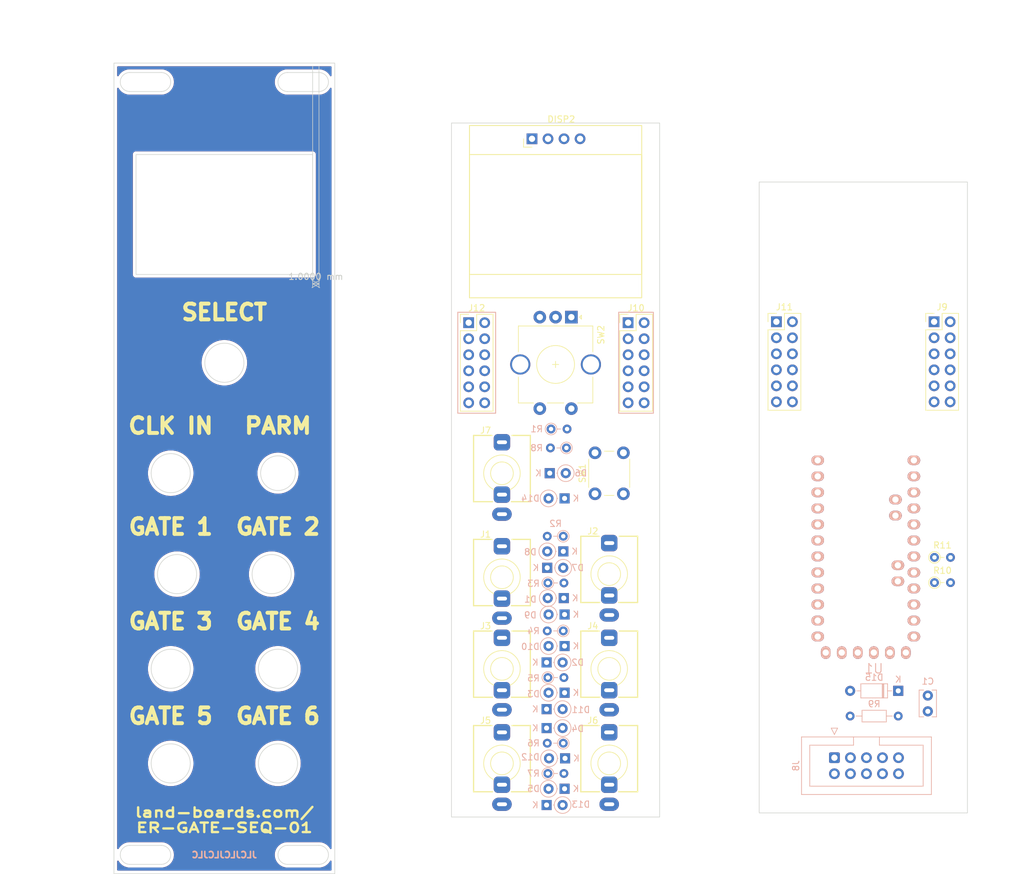
<source format=kicad_pcb>
(kicad_pcb (version 20211014) (generator pcbnew)
  (title_block (date "2023-01-02") (rev "1"))
  (layers (0 "F.Cu" signal) (31 "B.Cu" signal) (34 "B.Paste" user) (35 "F.Paste" user) (36 "B.SilkS" user "B.Silkscreen") (37 "F.SilkS" user "F.Silkscreen") (38 "B.Mask" user) (39 "F.Mask" user) (44 "Edge.Cuts" user))
  (net 0 "")
  (net 1 "+5V")
  (net 2 "/GATE2")
  (net 3 "/GATE3")
  (net 4 "/GATE4")
  (net 5 "/GATE5")
  (net 6 "/GATE6")
  (net 7 "/GATE_IN")
  (net 8 "/GATE1")
  (net 9 "GND")
  (net 17 "/PB")
  (net 35 "+12V")
  (net 36 "Net-(D15-Pad2)")
  (net 37 "/G1")
  (net 38 "/G2")
  (net 39 "/G3")
  (net 40 "/G4")
  (net 41 "/G5")
  (net 42 "/G6")
  (net 43 "/IN")
  (net 44 "Net-(J8-Pad9)")
  (net 47 "/SCL")
  (net 48 "/SDA")
  (net 49 "/ROTA")
  (net 50 "/ROTB")
  (net 57 "/PB2")
  (footprint "LandBoards_BoardOutlines:OLED-128X64" (layer "F.Cu") (at 84.2 47)
    (fp_text reference "DISP2" (at 4.7 -11.1) (layer "F.SilkS"))
    (fp_text value "I2C_OLED_128X64")
    (fp_line (start -1.27 -6.67) (end -1.27 -8) (layer "F.SilkS") (width 0.12))
    (fp_line (start 0.06 -6.67) (end -1.27 -6.67) (layer "F.SilkS") (width 0.12))
    (fp_rect (start -9.85 -10.1) (end 17.45 17.2) (layer "F.SilkS") (width 0.15) (fill none))
    (fp_rect (start -9.85 -5.5) (end 17.45 13.5) (layer "F.SilkS") (width 0.15) (fill none))
    (pad "1" thru_hole rect (at 0.06 -8 90) (size 1.7 1.7) (drill 1) (layers *.Cu *.Mask))
    (pad "2" thru_hole oval (at 2.6 -8 90) (size 1.7 1.7) (drill 1) (layers *.Cu *.Mask))
    (pad "3" thru_hole oval (at 5.14 -8 90) (size 1.7 1.7) (drill 1) (layers *.Cu *.Mask) (net 47 "/SCL"))
    (pad "4" thru_hole oval (at 7.68 -8 90) (size 1.7 1.7) (drill 1) (layers *.Cu *.Mask) (net 48 "/SDA"))
  )
  (footprint "AudioJacks:Jack_3.5mm_QingPu_WQP-PJ366ST_Vertical" (layer "F.Cu") (at 96.5 138)
    (fp_text reference "J6" (at -2.6 -6.8) (layer "F.SilkS"))
    (fp_text value "PJ398SM")
    (fp_line (start 1.6 -6) (end 4.5 -6) (layer "F.SilkS") (width 0.2))
    (fp_line (start -4.5 4.5) (end -1.5 4.5) (layer "F.SilkS") (width 0.2))
    (fp_line (start -4.5 -6) (end -1.6 -6) (layer "F.SilkS") (width 0.2))
    (fp_line (start -4.5 4.5) (end -4.5 -6) (layer "F.SilkS") (width 0.2))
    (fp_line (start 1.5 4.5) (end 4.5 4.5) (layer "F.SilkS") (width 0.2))
    (fp_line (start 4.5 4.5) (end 4.5 -6) (layer "F.SilkS") (width 0.2))
    (fp_arc (start -1.296263 2.588577) (mid -2.817353 -0.665994) (end 0 -2.895) (layer "F.SilkS") (width 0.12))
    (fp_arc (start 0 -2.895) (mid 2.817353 -0.665994) (end 1.296263 2.588577) (layer "F.SilkS") (width 0.12))
    (fp_circle (center 0 0) (end -1.8 0) (layer "F.SilkS") (width 0.12) (fill none))
    (pad "R" thru_hole roundrect locked (at 0 3.38) (size 2.6 2.6) (drill oval 1.6 0.6) (layers *.Cu *.Mask))
    (pad "S" thru_hole oval locked (at 0 6.48) (size 3.1 2.1) (drill oval 1.6 0.6) (layers *.Cu *.Mask) (net 9 "GND"))
    (pad "T" thru_hole roundrect locked (at 0 -4.92) (size 2.6 2.6) (drill oval 1.6 0.6) (layers *.Cu *.Mask) (net 42 "/G6"))
  )
  (footprint "Button_Switch_THT:SW_PUSH_6mm_H13mm" (layer "F.Cu") (at 94.25 95.27 90)
    (fp_text reference "SW1" (at 3.25 -2 90) (layer "F.SilkS"))
    (fp_text value "SW_Push")
    (fp_line (start 5.5 -1) (end 1 -1) (layer "F.SilkS") (width 0.12))
    (fp_line (start -0.25 1.5) (end -0.25 3) (layer "F.SilkS") (width 0.12))
    (fp_line (start 6.75 3) (end 6.75 1.5) (layer "F.SilkS") (width 0.12))
    (fp_line (start 1 5.5) (end 5.5 5.5) (layer "F.SilkS") (width 0.12))
    (pad "1" thru_hole circle (at 6.5 0 180) (size 2 2) (drill 1.1) (layers *.Cu *.Mask) (net 9 "GND"))
    (pad "1" thru_hole circle (at 0 0 180) (size 2 2) (drill 1.1) (layers *.Cu *.Mask) (net 9 "GND"))
    (pad "2" thru_hole circle (at 6.5 4.5 180) (size 2 2) (drill 1.1) (layers *.Cu *.Mask) (net 17 "/PB"))
    (pad "2" thru_hole circle (at 0 4.5 180) (size 2 2) (drill 1.1) (layers *.Cu *.Mask) (net 17 "/PB"))
  )
  (footprint "AudioJacks:Jack_3.5mm_QingPu_WQP-PJ366ST_Vertical" (layer "F.Cu") (at 79.5 108.5)
    (fp_text reference "J1" (at -2.6 -6.8) (layer "F.SilkS"))
    (fp_text value "PJ398SM")
    (fp_line (start -4.5 4.5) (end -1.5 4.5) (layer "F.SilkS") (width 0.2))
    (fp_line (start -4.5 -6) (end -1.6 -6) (layer "F.SilkS") (width 0.2))
    (fp_line (start -4.5 4.5) (end -4.5 -6) (layer "F.SilkS") (width 0.2))
    (fp_line (start 1.5 4.5) (end 4.5 4.5) (layer "F.SilkS") (width 0.2))
    (fp_line (start 1.6 -6) (end 4.5 -6) (layer "F.SilkS") (width 0.2))
    (fp_line (start 4.5 4.5) (end 4.5 -6) (layer "F.SilkS") (width 0.2))
    (fp_arc (start -1.296263 2.588577) (mid -2.817353 -0.665994) (end 0 -2.895) (layer "F.SilkS") (width 0.12))
    (fp_arc (start 0 -2.895) (mid 2.817353 -0.665994) (end 1.296263 2.588577) (layer "F.SilkS") (width 0.12))
    (fp_circle (center 0 0) (end -1.8 0) (layer "F.SilkS") (width 0.12) (fill none))
    (pad "R" thru_hole roundrect locked (at 0 3.38) (size 2.6 2.6) (drill oval 1.6 0.6) (layers *.Cu *.Mask))
    (pad "S" thru_hole oval locked (at 0 6.48) (size 3.1 2.1) (drill oval 1.6 0.6) (layers *.Cu *.Mask) (net 9 "GND"))
    (pad "T" thru_hole roundrect locked (at 0 -4.92) (size 2.6 2.6) (drill oval 1.6 0.6) (layers *.Cu *.Mask) (net 37 "/G1"))
  )
  (footprint "Connector_PinHeader_2.54mm:PinHeader_2x06_P2.54mm_Vertical" (layer "F.Cu") (at 99.5 68.15)
    (fp_text reference "J10" (at 1.27 -2.33) (layer "F.SilkS"))
    (fp_text value "HDR, 2x6")
    (fp_line (start -1.33 14.03) (end 3.87 14.03) (layer "F.SilkS") (width 0.12))
    (fp_line (start -1.33 1.27) (end 1.27 1.27) (layer "F.SilkS") (width 0.12))
    (fp_line (start -1.33 0) (end -1.33 -1.33) (layer "F.SilkS") (width 0.12))
    (fp_line (start -1.33 -1.33) (end 0 -1.33) (layer "F.SilkS") (width 0.12))
    (fp_line (start 1.27 -1.33) (end 3.87 -1.33) (layer "F.SilkS") (width 0.12))
    (fp_line (start 1.27 1.27) (end 1.27 -1.33) (layer "F.SilkS") (width 0.12))
    (fp_line (start 3.87 -1.33) (end 3.87 14.03) (layer "F.SilkS") (width 0.12))
    (fp_line (start -1.33 1.27) (end -1.33 14.03) (layer "F.SilkS") (width 0.12))
    (pad "1" thru_hole rect (at 0 0) (size 1.7 1.7) (drill 1) (layers *.Cu *.Mask) (net 1 "+5V"))
    (pad "2" thru_hole oval (at 2.54 0) (size 1.7 1.7) (drill 1) (layers *.Cu *.Mask) (net 1 "+5V"))
    (pad "3" thru_hole oval (at 0 2.54) (size 1.7 1.7) (drill 1) (layers *.Cu *.Mask) (net 2 "/GATE2"))
    (pad "4" thru_hole oval (at 2.54 2.54) (size 1.7 1.7) (drill 1) (layers *.Cu *.Mask))
    (pad "5" thru_hole oval (at 0 5.08) (size 1.7 1.7) (drill 1) (layers *.Cu *.Mask) (net 4 "/GATE4"))
    (pad "6" thru_hole oval (at 2.54 5.08) (size 1.7 1.7) (drill 1) (layers *.Cu *.Mask))
    (pad "7" thru_hole oval (at 0 7.62) (size 1.7 1.7) (drill 1) (layers *.Cu *.Mask) (net 6 "/GATE6"))
    (pad "8" thru_hole oval (at 2.54 7.62) (size 1.7 1.7) (drill 1) (layers *.Cu *.Mask))
    (pad "9" thru_hole oval (at 0 10.16) (size 1.7 1.7) (drill 1) (layers *.Cu *.Mask) (net 17 "/PB"))
    (pad "10" thru_hole oval (at 2.54 10.16) (size 1.7 1.7) (drill 1) (layers *.Cu *.Mask) (net 57 "/PB2"))
    (pad "11" thru_hole oval (at 0 12.7) (size 1.7 1.7) (drill 1) (layers *.Cu *.Mask) (net 9 "GND"))
    (pad "12" thru_hole oval (at 2.54 12.7) (size 1.7 1.7) (drill 1) (layers *.Cu *.Mask) (net 9 "GND"))
  )
  (footprint "Rotary_Encoder:RotaryEncoder_Alps_EC11E-Switch_Vertical_H20mm_CircularMountingHoles" (layer "F.Cu") (at 90.5 67.27 -90)
    (fp_text reference "SW2" (at 2.8 -4.7 90) (layer "F.SilkS"))
    (fp_text value "RotaryEncoder_Switch")
    (fp_line (start -0.3 -1.6) (end 0.3 -1.6) (layer "F.SilkS") (width 0.12))
    (fp_line (start 0 -1.3) (end -0.3 -1.6) (layer "F.SilkS") (width 0.12))
    (fp_line (start 7 2.5) (end 8 2.5) (layer "F.SilkS") (width 0.12))
    (fp_line (start 13.6 -3.4) (end 13.6 -1) (layer "F.SilkS") (width 0.12))
    (fp_line (start 13.6 6) (end 13.6 8.4) (layer "F.SilkS") (width 0.12))
    (fp_line (start 5.5 8.4) (end 1.4 8.4) (layer "F.SilkS") (width 0.12))
    (fp_line (start 0.3 -1.6) (end 0 -1.3) (layer "F.SilkS") (width 0.12))
    (fp_line (start 1.4 -3.4) (end 1.4 8.4) (layer "F.SilkS") (width 0.12))
    (fp_line (start 13.6 8.4) (end 9.5 8.4) (layer "F.SilkS") (width 0.12))
    (fp_line (start 5.5 -3.4) (end 1.4 -3.4) (layer "F.SilkS") (width 0.12))
    (fp_line (start 13.6 1.2) (end 13.6 3.8) (layer "F.SilkS") (width 0.12))
    (fp_line (start 7.5 2) (end 7.5 3) (layer "F.SilkS") (width 0.12))
    (fp_line (start 9.5 -3.4) (end 13.6 -3.4) (layer "F.SilkS") (width 0.12))
    (fp_circle (center 7.5 2.5) (end 10.5 2.5) (layer "F.SilkS") (width 0.12) (fill none))
    (pad "A" thru_hole rect (at 0 0 270) (size 2 2) (drill 1) (layers *.Cu *.Mask) (net 49 "/ROTA"))
    (pad "B" thru_hole circle (at 0 5 270) (size 2 2) (drill 1) (layers *.Cu *.Mask) (net 50 "/ROTB"))
    (pad "C" thru_hole circle (at 0 2.5 270) (size 2 2) (drill 1) (layers *.Cu *.Mask) (net 9 "GND"))
    (pad "MP" thru_hole circle (at 7.5 8.1 270) (size 3.2 3.2) (drill 2.6) (layers *.Cu *.Mask))
    (pad "MP" thru_hole circle (at 7.5 -3.1 270) (size 3.2 3.2) (drill 2.6) (layers *.Cu *.Mask))
    (pad "S1" thru_hole circle (at 14.5 5 270) (size 2 2) (drill 1) (layers *.Cu *.Mask) (net 57 "/PB2"))
    (pad "S2" thru_hole circle (at 14.5 0 270) (size 2 2) (drill 1) (layers *.Cu *.Mask) (net 9 "GND"))
  )
  (footprint "AudioJacks:Jack_3.5mm_QingPu_WQP-PJ366ST_Vertical" (layer "F.Cu") (at 96.5 123.02)
    (fp_text reference "J4" (at -2.6 -6.8) (layer "F.SilkS"))
    (fp_text value "PJ398SM")
    (fp_line (start 4.5 4.5) (end 4.5 -6) (layer "F.SilkS") (width 0.2))
    (fp_line (start -4.5 4.5) (end -4.5 -6) (layer "F.SilkS") (width 0.2))
    (fp_line (start 1.6 -6) (end 4.5 -6) (layer "F.SilkS") (width 0.2))
    (fp_line (start 1.5 4.5) (end 4.5 4.5) (layer "F.SilkS") (width 0.2))
    (fp_line (start -4.5 4.5) (end -1.5 4.5) (layer "F.SilkS") (width 0.2))
    (fp_line (start -4.5 -6) (end -1.6 -6) (layer "F.SilkS") (width 0.2))
    (fp_arc (start 0 -2.895) (mid 2.817353 -0.665994) (end 1.296263 2.588577) (layer "F.SilkS") (width 0.12))
    (fp_arc (start -1.296263 2.588577) (mid -2.817353 -0.665994) (end 0 -2.895) (layer "F.SilkS") (width 0.12))
    (fp_circle (center 0 0) (end -1.8 0) (layer "F.SilkS") (width 0.12) (fill none))
    (pad "R" thru_hole roundrect locked (at 0 3.38) (size 2.6 2.6) (drill oval 1.6 0.6) (layers *.Cu *.Mask))
    (pad "S" thru_hole oval locked (at 0 6.48) (size 3.1 2.1) (drill oval 1.6 0.6) (layers *.Cu *.Mask) (net 9 "GND"))
    (pad "T" thru_hole roundrect locked (at 0 -4.92) (size 2.6 2.6) (drill oval 1.6 0.6) (layers *.Cu *.Mask) (net 40 "/G4"))
  )
  (footprint "AudioJacks:Jack_3.5mm_QingPu_WQP-PJ366ST_Vertical" (layer "F.Cu") (at 79.5 138)
    (fp_text reference "J5" (at -2.6 -6.8) (layer "F.SilkS"))
    (fp_text value "PJ398SM")
    (fp_line (start 1.5 4.5) (end 4.5 4.5) (layer "F.SilkS") (width 0.2))
    (fp_line (start -4.5 4.5) (end -1.5 4.5) (layer "F.SilkS") (width 0.2))
    (fp_line (start -4.5 -6) (end -1.6 -6) (layer "F.SilkS") (width 0.2))
    (fp_line (start 4.5 4.5) (end 4.5 -6) (layer "F.SilkS") (width 0.2))
    (fp_line (start 1.6 -6) (end 4.5 -6) (layer "F.SilkS") (width 0.2))
    (fp_line (start -4.5 4.5) (end -4.5 -6) (layer "F.SilkS") (width 0.2))
    (fp_arc (start -1.296263 2.588577) (mid -2.817353 -0.665994) (end 0 -2.895) (layer "F.SilkS") (width 0.12))
    (fp_arc (start 0 -2.895) (mid 2.817353 -0.665994) (end 1.296263 2.588577) (layer "F.SilkS") (width 0.12))
    (fp_circle (center 0 0) (end -1.8 0) (layer "F.SilkS") (width 0.12) (fill none))
    (pad "R" thru_hole roundrect locked (at 0 3.38) (size 2.6 2.6) (drill oval 1.6 0.6) (layers *.Cu *.Mask))
    (pad "S" thru_hole oval locked (at 0 6.48) (size 3.1 2.1) (drill oval 1.6 0.6) (layers *.Cu *.Mask) (net 9 "GND"))
    (pad "T" thru_hole roundrect locked (at 0 -4.92) (size 2.6 2.6) (drill oval 1.6 0.6) (layers *.Cu *.Mask) (net 41 "/G5"))
  )
  (footprint "Connector_PinHeader_2.54mm:PinHeader_2x06_P2.54mm_Vertical" (layer "F.Cu") (at 123 68)
    (fp_text reference "J11" (at 1.27 -2.33) (layer "F.SilkS"))
    (fp_text value "HDR, 2x6")
    (fp_line (start 1.27 1.27) (end 1.27 -1.33) (layer "F.SilkS") (width 0.12))
    (fp_line (start -1.33 14.03) (end 3.87 14.03) (layer "F.SilkS") (width 0.12))
    (fp_line (start -1.33 0) (end -1.33 -1.33) (layer "F.SilkS") (width 0.12))
    (fp_line (start 1.27 -1.33) (end 3.87 -1.33) (layer "F.SilkS") (width 0.12))
    (fp_line (start -1.33 1.27) (end -1.33 14.03) (layer "F.SilkS") (width 0.12))
    (fp_line (start 3.87 -1.33) (end 3.87 14.03) (layer "F.SilkS") (width 0.12))
    (fp_line (start -1.33 1.27) (end 1.27 1.27) (layer "F.SilkS") (width 0.12))
    (fp_line (start -1.33 -1.33) (end 0 -1.33) (layer "F.SilkS") (width 0.12))
    (pad "1" thru_hole rect (at 0 0) (size 1.7 1.7) (drill 1) (layers *.Cu *.Mask) (net 1 "+5V"))
    (pad "2" thru_hole oval (at 2.54 0) (size 1.7 1.7) (drill 1) (layers *.Cu *.Mask) (net 1 "+5V"))
    (pad "3" thru_hole oval (at 0 2.54) (size 1.7 1.7) (drill 1) (layers *.Cu *.Mask) (net 47 "/SCL"))
    (pad "4" thru_hole oval (at 2.54 2.54) (size 1.7 1.7) (drill 1) (layers *.Cu *.Mask) (net 48 "/SDA"))
    (pad "5" thru_hole oval (at 0 5.08) (size 1.7 1.7) (drill 1) (layers *.Cu *.Mask) (net 49 "/ROTA"))
    (pad "6" thru_hole oval (at 2.54 5.08) (size 1.7 1.7) (drill 1) (layers *.Cu *.Mask) (net 50 "/ROTB"))
    (pad "7" thru_hole oval (at 0 7.62) (size 1.7 1.7) (drill 1) (layers *.Cu *.Mask) (net 7 "/GATE_IN"))
    (pad "8" thru_hole oval (at 2.54 7.62) (size 1.7 1.7) (drill 1) (layers *.Cu *.Mask) (net 8 "/GATE1"))
    (pad "9" thru_hole oval (at 0 10.16) (size 1.7 1.7) (drill 1) (layers *.Cu *.Mask) (net 3 "/GATE3"))
    (pad "10" thru_hole oval (at 2.54 10.16) (size 1.7 1.7) (drill 1) (layers *.Cu *.Mask) (net 5 "/GATE5"))
    (pad "11" thru_hole oval (at 0 12.7) (size 1.7 1.7) (drill 1) (layers *.Cu *.Mask) (net 9 "GND"))
    (pad "12" thru_hole oval (at 2.54 12.7) (size 1.7 1.7) (drill 1) (layers *.Cu *.Mask) (net 9 "GND"))
  )
  (footprint "Resistor_THT:R_Axial_DIN0204_L3.6mm_D1.6mm_P2.54mm_Vertical" (layer "F.Cu") (at 148.055 105.35)
    (fp_text reference "R11" (at 1.27 -1.92) (layer "F.SilkS"))
    (fp_text value "2.2K")
    (fp_line (start 0.92 0) (end 1.54 0) (layer "F.SilkS") (width 0.12))
    (fp_circle (center 0 0) (end 0.92 0) (layer "F.SilkS") (width 0.12) (fill none))
    (pad "1" thru_hole circle (at 0 0) (size 1.4 1.4) (drill 0.7) (layers *.Cu *.Mask) (net 48 "/SDA"))
    (pad "2" thru_hole oval (at 2.54 0) (size 1.4 1.4) (drill 0.7) (layers *.Cu *.Mask) (net 1 "+5V"))
  )
  (footprint "Connector_PinHeader_2.54mm:PinHeader_2x06_P2.54mm_Vertical" (layer "F.Cu") (at 148 68)
    (fp_text reference "J9" (at 1.27 -2.33) (layer "F.SilkS"))
    (fp_text value "HDR, 2x6")
    (fp_line (start 3.87 -1.33) (end 3.87 14.03) (layer "F.SilkS") (width 0.12))
    (fp_line (start -1.33 14.03) (end 3.87 14.03) (layer "F.SilkS") (width 0.12))
    (fp_line (start -1.33 1.27) (end -1.33 14.03) (layer "F.SilkS") (width 0.12))
    (fp_line (start 1.27 1.27) (end 1.27 -1.33) (layer "F.SilkS") (width 0.12))
    (fp_line (start 1.27 -1.33) (end 3.87 -1.33) (layer "F.SilkS") (width 0.12))
    (fp_line (start -1.33 0) (end -1.33 -1.33) (layer "F.SilkS") (width 0.12))
    (fp_line (start -1.33 1.27) (end 1.27 1.27) (layer "F.SilkS") (width 0.12))
    (fp_line (start -1.33 -1.33) (end 0 -1.33) (layer "F.SilkS") (width 0.12))
    (pad "1" thru_hole rect (at 0 0) (size 1.7 1.7) (drill 1) (layers *.Cu *.Mask) (net 1 "+5V"))
    (pad "2" thru_hole oval (at 2.54 0) (size 1.7 1.7) (drill 1) (layers *.Cu *.Mask) (net 1 "+5V"))
    (pad "3" thru_hole oval (at 0 2.54) (size 1.7 1.7) (drill 1) (layers *.Cu *.Mask) (net 2 "/GATE2"))
    (pad "4" thru_hole oval (at 2.54 2.54) (size 1.7 1.7) (drill 1) (layers *.Cu *.Mask))
    (pad "5" thru_hole oval (at 0 5.08) (size 1.7 1.7) (drill 1) (layers *.Cu *.Mask) (net 4 "/GATE4"))
    (pad "6" thru_hole oval (at 2.54 5.08) (size 1.7 1.7) (drill 1) (layers *.Cu *.Mask))
    (pad "7" thru_hole oval (at 0 7.62) (size 1.7 1.7) (drill 1) (layers *.Cu *.Mask) (net 6 "/GATE6"))
    (pad "8" thru_hole oval (at 2.54 7.62) (size 1.7 1.7) (drill 1) (layers *.Cu *.Mask))
    (pad "9" thru_hole oval (at 0 10.16) (size 1.7 1.7) (drill 1) (layers *.Cu *.Mask) (net 17 "/PB"))
    (pad "10" thru_hole oval (at 2.54 10.16) (size 1.7 1.7) (drill 1) (layers *.Cu *.Mask) (net 57 "/PB2"))
    (pad "11" thru_hole oval (at 0 12.7) (size 1.7 1.7) (drill 1) (layers *.Cu *.Mask) (net 9 "GND"))
    (pad "12" thru_hole oval (at 2.54 12.7) (size 1.7 1.7) (drill 1) (layers *.Cu *.Mask) (net 9 "GND"))
  )
  (footprint "AudioJacks:Jack_3.5mm_QingPu_WQP-PJ366ST_Vertical" (layer "F.Cu") (at 79.5 123.02)
    (fp_text reference "J3" (at -2.6 -6.8) (layer "F.SilkS"))
    (fp_text value "PJ398SM")
    (fp_line (start 1.5 4.5) (end 4.5 4.5) (layer "F.SilkS") (width 0.2))
    (fp_line (start -4.5 -6) (end -1.6 -6) (layer "F.SilkS") (width 0.2))
    (fp_line (start 4.5 4.5) (end 4.5 -6) (layer "F.SilkS") (width 0.2))
    (fp_line (start 1.6 -6) (end 4.5 -6) (layer "F.SilkS") (width 0.2))
    (fp_line (start -4.5 4.5) (end -4.5 -6) (layer "F.SilkS") (width 0.2))
    (fp_line (start -4.5 4.5) (end -1.5 4.5) (layer "F.SilkS") (width 0.2))
    (fp_arc (start -1.296263 2.588577) (mid -2.817353 -0.665994) (end 0 -2.895) (layer "F.SilkS") (width 0.12))
    (fp_arc (start 0 -2.895) (mid 2.817353 -0.665994) (end 1.296263 2.588577) (layer "F.SilkS") (width 0.12))
    (fp_circle (center 0 0) (end -1.8 0) (layer "F.SilkS") (width 0.12) (fill none))
    (pad "R" thru_hole roundrect locked (at 0 3.38) (size 2.6 2.6) (drill oval 1.6 0.6) (layers *.Cu *.Mask))
    (pad "S" thru_hole oval locked (at 0 6.48) (size 3.1 2.1) (drill oval 1.6 0.6) (layers *.Cu *.Mask) (net 9 "GND"))
    (pad "T" thru_hole roundrect locked (at 0 -4.92) (size 2.6 2.6) (drill oval 1.6 0.6) (layers *.Cu *.Mask) (net 39 "/G3"))
  )
  (footprint "Resistor_THT:R_Axial_DIN0204_L3.6mm_D1.6mm_P2.54mm_Vertical" (layer "F.Cu") (at 148.055 109.35)
    (fp_text reference "R10" (at 1.27 -1.92) (layer "F.SilkS"))
    (fp_text value "2.2K")
    (fp_line (start 0.92 0) (end 1.54 0) (layer "F.SilkS") (width 0.12))
    (fp_circle (center 0 0) (end 0.92 0) (layer "F.SilkS") (width 0.12) (fill none))
    (pad "1" thru_hole circle (at 0 0) (size 1.4 1.4) (drill 0.7) (layers *.Cu *.Mask) (net 47 "/SCL"))
    (pad "2" thru_hole oval (at 2.54 0) (size 1.4 1.4) (drill 0.7) (layers *.Cu *.Mask) (net 1 "+5V"))
  )
  (footprint "AudioJacks:Jack_3.5mm_QingPu_WQP-PJ366ST_Vertical" (layer "F.Cu") (at 79.5 92.02)
    (fp_text reference "J7" (at -2.6 -6.8) (layer "F.SilkS"))
    (fp_text value "PJ398SM")
    (fp_line (start 1.6 -6) (end 4.5 -6) (layer "F.SilkS") (width 0.2))
    (fp_line (start 4.5 4.5) (end 4.5 -6) (layer "F.SilkS") (width 0.2))
    (fp_line (start -4.5 4.5) (end -1.5 4.5) (layer "F.SilkS") (width 0.2))
    (fp_line (start -4.5 -6) (end -1.6 -6) (layer "F.SilkS") (width 0.2))
    (fp_line (start 1.5 4.5) (end 4.5 4.5) (layer "F.SilkS") (width 0.2))
    (fp_line (start -4.5 4.5) (end -4.5 -6) (layer "F.SilkS") (width 0.2))
    (fp_arc (start 0 -2.895) (mid 2.817353 -0.665994) (end 1.296263 2.588577) (layer "F.SilkS") (width 0.12))
    (fp_arc (start -1.296263 2.588577) (mid -2.817353 -0.665994) (end 0 -2.895) (layer "F.SilkS") (width 0.12))
    (fp_circle (center 0 0) (end -1.8 0) (layer "F.SilkS") (width 0.12) (fill none))
    (pad "R" thru_hole roundrect locked (at 0 3.38) (size 2.6 2.6) (drill oval 1.6 0.6) (layers *.Cu *.Mask))
    (pad "S" thru_hole oval locked (at 0 6.48) (size 3.1 2.1) (drill oval 1.6 0.6) (layers *.Cu *.Mask) (net 9 "GND"))
    (pad "T" thru_hole roundrect locked (at 0 -4.92) (size 2.6 2.6) (drill oval 1.6 0.6) (layers *.Cu *.Mask) (net 43 "/IN"))
  )
  (footprint "AudioJacks:Jack_3.5mm_QingPu_WQP-PJ366ST_Vertical" (layer "F.Cu") (at 96.5 108)
    (fp_text reference "J2" (at -2.6 -6.8) (layer "F.SilkS"))
    (fp_text value "PJ398SM")
    (fp_line (start -4.5 4.5) (end -1.5 4.5) (layer "F.SilkS") (width 0.2))
    (fp_line (start 1.6 -6) (end 4.5 -6) (layer "F.SilkS") (width 0.2))
    (fp_line (start 1.5 4.5) (end 4.5 4.5) (layer "F.SilkS") (width 0.2))
    (fp_line (start -4.5 -6) (end -1.6 -6) (layer "F.SilkS") (width 0.2))
    (fp_line (start -4.5 4.5) (end -4.5 -6) (layer "F.SilkS") (width 0.2))
    (fp_line (start 4.5 4.5) (end 4.5 -6) (layer "F.SilkS") (width 0.2))
    (fp_arc (start 0 -2.895) (mid 2.817353 -0.665994) (end 1.296263 2.588577) (layer "F.SilkS") (width 0.12))
    (fp_arc (start -1.296263 2.588577) (mid -2.817353 -0.665994) (end 0 -2.895) (layer "F.SilkS") (width 0.12))
    (fp_circle (center 0 0) (end -1.8 0) (layer "F.SilkS") (width 0.12) (fill none))
    (pad "R" thru_hole roundrect locked (at 0 3.38) (size 2.6 2.6) (drill oval 1.6 0.6) (layers *.Cu *.Mask))
    (pad "S" thru_hole oval locked (at 0 6.48) (size 3.1 2.1) (drill oval 1.6 0.6) (layers *.Cu *.Mask) (net 9 "GND"))
    (pad "T" thru_hole roundrect locked (at 0 -4.92) (size 2.6 2.6) (drill oval 1.6 0.6) (layers *.Cu *.Mask) (net 38 "/G2"))
  )
  (footprint "Connector_PinHeader_2.54mm:PinHeader_2x06_P2.54mm_Vertical" (layer "F.Cu") (at 74.225 68.15)
    (fp_text reference "J12" (at 1.27 -2.33) (layer "F.SilkS"))
    (fp_text value "HDR, 2x6")
    (fp_line (start 1.27 -1.33) (end 3.87 -1.33) (layer "F.SilkS") (width 0.12))
    (fp_line (start 1.27 1.27) (end 1.27 -1.33) (layer "F.SilkS") (width 0.12))
    (fp_line (start -1.33 1.27) (end -1.33 14.03) (layer "F.SilkS") (width 0.12))
    (fp_line (start 3.87 -1.33) (end 3.87 14.03) (layer "F.SilkS") (width 0.12))
    (fp_line (start -1.33 14.03) (end 3.87 14.03) (layer "F.SilkS") (width 0.12))
    (fp_line (start -1.33 -1.33) (end 0 -1.33) (layer "F.SilkS") (width 0.12))
    (fp_line (start -1.33 0) (end -1.33 -1.33) (layer "F.SilkS") (width 0.12))
    (fp_line (start -1.33 1.27) (end 1.27 1.27) (layer "F.SilkS") (width 0.12))
    (pad "1" thru_hole rect (at 0 0) (size 1.7 1.7) (drill 1) (layers *.Cu *.Mask) (net 1 "+5V"))
    (pad "2" thru_hole oval (at 2.54 0) (size 1.7 1.7) (drill 1) (layers *.Cu *.Mask) (net 1 "+5V"))
    (pad "3" thru_hole oval (at 0 2.54) (size 1.7 1.7) (drill 1) (layers *.Cu *.Mask) (net 47 "/SCL"))
    (pad "4" thru_hole oval (at 2.54 2.54) (size 1.7 1.7) (drill 1) (layers *.Cu *.Mask) (net 48 "/SDA"))
    (pad "5" thru_hole oval (at 0 5.08) (size 1.7 1.7) (drill 1) (layers *.Cu *.Mask) (net 49 "/ROTA"))
    (pad "6" thru_hole oval (at 2.54 5.08) (size 1.7 1.7) (drill 1) (layers *.Cu *.Mask) (net 50 "/ROTB"))
    (pad "7" thru_hole oval (at 0 7.62) (size 1.7 1.7) (drill 1) (layers *.Cu *.Mask) (net 7 "/GATE_IN"))
    (pad "8" thru_hole oval (at 2.54 7.62) (size 1.7 1.7) (drill 1) (layers *.Cu *.Mask) (net 8 "/GATE1"))
    (pad "9" thru_hole oval (at 0 10.16) (size 1.7 1.7) (drill 1) (layers *.Cu *.Mask) (net 3 "/GATE3"))
    (pad "10" thru_hole oval (at 2.54 10.16) (size 1.7 1.7) (drill 1) (layers *.Cu *.Mask) (net 5 "/GATE5"))
    (pad "11" thru_hole oval (at 0 12.7) (size 1.7 1.7) (drill 1) (layers *.Cu *.Mask) (net 9 "GND"))
    (pad "12" thru_hole oval (at 2.54 12.7) (size 1.7 1.7) (drill 1) (layers *.Cu *.Mask) (net 9 "GND"))
  )
  (footprint "Resistor_THT:R_Axial_DIN0204_L3.6mm_D1.6mm_P2.54mm_Vertical" (layer "B.Cu") (at 89.72 88 180)
    (fp_text reference "R8" (at 4.72 0) (layer "B.SilkS") (effects (justify mirror)))
    (fp_text value "470")
    (fp_line (start 0.92 0) (end 1.54 0) (layer "B.SilkS") (width 0.12))
    (fp_circle (center 0 0) (end 0.92 0) (layer "B.SilkS") (width 0.12) (fill none))
    (pad "1" thru_hole circle (at 0 0 180) (size 1.4 1.4) (drill 0.7) (layers *.Cu *.Mask) (net 7 "/GATE_IN"))
    (pad "2" thru_hole oval (at 2.54 0 180) (size 1.4 1.4) (drill 0.7) (layers *.Cu *.Mask) (net 43 "/IN"))
  )
  (footprint "Diode_THT:D_DO-35_SOD27_P2.54mm_Vertical_KathodeUp" (layer "B.Cu") (at 89.425686 114.4 180)
    (fp_text reference "D9" (at 5.425686 -0.1) (layer "B.SilkS") (effects (justify mirror)))
    (fp_text value "BAT41")
    (fp_text user "K" (at -1.8 0) (layer "B.SilkS") (effects (justify mirror)))
    (fp_line (start 1.213629 0) (end 1.1 0) (layer "B.SilkS") (width 0.12))
    (fp_circle (center 2.54 0) (end 3.866371 0) (layer "B.SilkS") (width 0.12) (fill none))
    (pad "1" thru_hole rect (at 0 0 180) (size 1.6 1.6) (drill 0.8) (layers *.Cu *.Mask) (net 2 "/GATE2"))
    (pad "2" thru_hole oval (at 2.54 0 180) (size 1.6 1.6) (drill 0.8) (layers *.Cu *.Mask) (net 9 "GND"))
  )
  (footprint "Connector_IDC:IDC-Header_2x05_P2.54mm_Vertical" (layer "B.Cu") (at 132.195 137.0975 -90)
    (fp_text reference "J8" (at 1.27 6.1 90) (layer "B.SilkS") (effects (justify mirror)))
    (fp_text value "ER-PWR-2X5")
    (fp_line (start -4.68 -0.5) (end -3.68 0) (layer "B.SilkS") (width 0.12))
    (fp_line (start 5.83 -15.37) (end -3.29 -15.37) (layer "B.SilkS") (width 0.12))
    (fp_line (start -1.98 -7.13) (end -3.29 -7.13) (layer "B.SilkS") (width 0.12))
    (fp_line (start -4.68 0.5) (end -4.68 -0.5) (layer "B.SilkS") (width 0.12))
    (fp_line (start 4.52 3.91) (end 4.52 -14.07) (layer "B.SilkS") (width 0.12))
    (fp_line (start -1.98 -3.03) (end -1.98 3.91) (layer "B.SilkS") (width 0.12))
    (fp_line (start -3.68 0) (end -4.68 0.5) (layer "B.SilkS") (width 0.12))
    (fp_line (start -3.29 5.21) (end 5.83 5.21) (layer "B.SilkS") (width 0.12))
    (fp_line (start -1.98 -7.13) (end -1.98 -7.13) (layer "B.SilkS") (width 0.12))
    (fp_line (start -1.98 -14.07) (end -1.98 -7.13) (layer "B.SilkS") (width 0.12))
    (fp_line (start -3.29 -15.37) (end -3.29 5.21) (layer "B.SilkS") (width 0.12))
    (fp_line (start -1.98 3.91) (end 4.52 3.91) (layer "B.SilkS") (width 0.12))
    (fp_line (start 5.83 5.21) (end 5.83 -15.37) (layer "B.SilkS") (width 0.12))
    (fp_line (start -3.29 -3.03) (end -1.98 -3.03) (layer "B.SilkS") (width 0.12))
    (fp_line (start 4.52 -14.07) (end -1.98 -14.07) (layer "B.SilkS") (width 0.12))
    (pad "1" thru_hole roundrect (at 0 0 270) (size 1.7 1.7) (drill 1) (layers *.Cu *.Mask) (roundrect_rratio 0.147059))
    (pad "2" thru_hole circle (at 2.54 0 270) (size 1.7 1.7) (drill 1) (layers *.Cu *.Mask))
    (pad "3" thru_hole circle (at 0 -2.54 270) (size 1.7 1.7) (drill 1) (layers *.Cu *.Mask) (net 9 "GND"))
    (pad "4" thru_hole circle (at 2.54 -2.54 270) (size 1.7 1.7) (drill 1) (layers *.Cu *.Mask) (net 9 "GND"))
    (pad "5" thru_hole circle (at 0 -5.08 270) (size 1.7 1.7) (drill 1) (layers *.Cu *.Mask) (net 9 "GND"))
    (pad "6" thru_hole circle (at 2.54 -5.08 270) (size 1.7 1.7) (drill 1) (layers *.Cu *.Mask) (net 9 "GND"))
    (pad "7" thru_hole circle (at 0 -7.62 270) (size 1.7 1.7) (drill 1) (layers *.Cu *.Mask) (net 9 "GND"))
    (pad "8" thru_hole circle (at 2.54 -7.62 270) (size 1.7 1.7) (drill 1) (layers *.Cu *.Mask) (net 9 "GND"))
    (pad "9" thru_hole circle (at 0 -10.16 270) (size 1.7 1.7) (drill 1) (layers *.Cu *.Mask) (net 44 "Net-(J8-Pad9)"))
    (pad "10" thru_hole circle (at 2.54 -10.16 270) (size 1.7 1.7) (drill 1) (layers *.Cu *.Mask) (net 44 "Net-(J8-Pad9)"))
  )
  (footprint "Diode_THT:D_DO-35_SOD27_P2.54mm_Vertical_KathodeUp" (layer "B.Cu") (at 87.074315 92)
    (fp_text reference "D6" (at 4.925685 0) (layer "B.SilkS") (effects (justify mirror)))
    (fp_text value "BAT41")
    (fp_text user "K" (at -1.8 0) (layer "B.SilkS") (effects (justify mirror)))
    (fp_line (start 1.213629 0) (end 1.1 0) (layer "B.SilkS") (width 0.12))
    (fp_circle (center 2.54 0) (end 3.866371 0) (layer "B.SilkS") (width 0.12) (fill none))
    (pad "1" thru_hole rect (at 0 0) (size 1.6 1.6) (drill 0.8) (layers *.Cu *.Mask) (net 1 "+5V"))
    (pad "2" thru_hole oval (at 2.54 0) (size 1.6 1.6) (drill 0.8) (layers *.Cu *.Mask) (net 7 "/GATE_IN"))
  )
  (footprint "Capacitor_THT:C_Rect_L4.0mm_W2.5mm_P2.50mm" (layer "B.Cu") (at 147 129.75 90)
    (fp_text reference "C1" (at 4.75 0 180) (layer "B.SilkS") (effects (justify mirror)))
    (fp_text value "0.1uF")
    (fp_line (start 3.37 1.37) (end 3.37 0.665) (layer "B.SilkS") (width 0.12))
    (fp_line (start 3.37 -0.665) (end 3.37 -1.37) (layer "B.SilkS") (width 0.12))
    (fp_line (start -0.87 -1.37) (end 3.37 -1.37) (layer "B.SilkS") (width 0.12))
    (fp_line (start -0.87 1.37) (end 3.37 1.37) (layer "B.SilkS") (width 0.12))
    (fp_line (start -0.87 1.37) (end -0.87 0.665) (layer "B.SilkS") (width 0.12))
    (fp_line (start -0.87 -0.665) (end -0.87 -1.37) (layer "B.SilkS") (width 0.12))
    (pad "1" thru_hole circle (at 0 0 90) (size 1.6 1.6) (drill 0.8) (layers *.Cu *.Mask) (net 9 "GND"))
    (pad "2" thru_hole circle (at 2.5 0 90) (size 1.6 1.6) (drill 0.8) (layers *.Cu *.Mask) (net 35 "+12V"))
  )
  (footprint "Diode_THT:D_DO-35_SOD27_P2.54mm_Vertical_KathodeUp" (layer "B.Cu") (at 86.674315 107)
    (fp_text reference "D7" (at 4.825685 0) (layer "B.SilkS") (effects (justify mirror)))
    (fp_text value "BAT41")
    (fp_text user "K" (at -1.8 0) (layer "B.SilkS") (effects (justify mirror)))
    (fp_line (start 1.213629 0) (end 1.1 0) (layer "B.SilkS") (width 0.12))
    (fp_circle (center 2.54 0) (end 3.866371 0) (layer "B.SilkS") (width 0.12) (fill none))
    (pad "1" thru_hole rect (at 0 0) (size 1.6 1.6) (drill 0.8) (layers *.Cu *.Mask) (net 1 "+5V"))
    (pad "2" thru_hole oval (at 2.54 0) (size 1.6 1.6) (drill 0.8) (layers *.Cu *.Mask) (net 8 "/GATE1"))
  )
  (footprint "Diode_THT:D_DO-35_SOD27_P2.54mm_Vertical_KathodeUp" (layer "B.Cu") (at 86.574315 122)
    (fp_text reference "D2" (at 4.925685 0) (layer "B.SilkS") (effects (justify mirror)))
    (fp_text value "BAT41")
    (fp_text user "K" (at -1.8 0) (layer "B.SilkS") (effects (justify mirror)))
    (fp_line (start 1.213629 0) (end 1.1 0) (layer "B.SilkS") (width 0.12))
    (fp_circle (center 2.54 0) (end 3.866371 0) (layer "B.SilkS") (width 0.12) (fill none))
    (pad "1" thru_hole rect (at 0 0) (size 1.6 1.6) (drill 0.8) (layers *.Cu *.Mask) (net 1 "+5V"))
    (pad "2" thru_hole oval (at 2.54 0) (size 1.6 1.6) (drill 0.8) (layers *.Cu *.Mask) (net 3 "/GATE3"))
  )
  (footprint "Diode_THT:D_DO-35_SOD27_P2.54mm_Vertical_KathodeUp" (layer "B.Cu") (at 86.574315 132.4)
    (fp_text reference "D4" (at 4.925685 0.1) (layer "B.SilkS") (effects (justify mirror)))
    (fp_text value "BAT41")
    (fp_text user "K" (at -1.8 0) (layer "B.SilkS") (effects (justify mirror)))
    (fp_line (start 1.213629 0) (end 1.1 0) (layer "B.SilkS") (width 0.12))
    (fp_circle (center 2.54 0) (end 3.866371 0) (layer "B.SilkS") (width 0.12) (fill none))
    (pad "1" thru_hole rect (at 0 0) (size 1.6 1.6) (drill 0.8) (layers *.Cu *.Mask) (net 1 "+5V"))
    (pad "2" thru_hole oval (at 2.54 0) (size 1.6 1.6) (drill 0.8) (layers *.Cu *.Mask) (net 5 "/GATE5"))
  )
  (footprint "Diode_THT:D_DO-35_SOD27_P2.54mm_Vertical_KathodeUp" (layer "B.Cu") (at 89.425686 126.8 180)
    (fp_text reference "D3" (at 4.925686 -0.2) (layer "B.SilkS") (effects (justify mirror)))
    (fp_text value "BAT41")
    (fp_text user "K" (at -1.8 0) (layer "B.SilkS") (effects (justify mirror)))
    (fp_line (start 1.213629 0) (end 1.1 0) (layer "B.SilkS") (width 0.12))
    (fp_circle (center 2.54 0) (end 3.866371 0) (layer "B.SilkS") (width 0.12) (fill none))
    (pad "1" thru_hole rect (at 0 0 180) (size 1.6 1.6) (drill 0.8) (layers *.Cu *.Mask) (net 1 "+5V"))
    (pad "2" thru_hole oval (at 2.54 0 180) (size 1.6 1.6) (drill 0.8) (layers *.Cu *.Mask) (net 4 "/GATE4"))
  )
  (footprint "Resistor_THT:R_Axial_DIN0204_L3.6mm_D1.6mm_P2.54mm_Vertical" (layer "B.Cu") (at 86.78 139.6)
    (fp_text reference "R7" (at -2.28 0) (layer "B.SilkS") (effects (justify mirror)))
    (fp_text value "470")
    (fp_line (start 0.92 0) (end 1.54 0) (layer "B.SilkS") (width 0.12))
    (fp_circle (center 0 0) (end 0.92 0) (layer "B.SilkS") (width 0.12) (fill none))
    (pad "1" thru_hole circle (at 0 0) (size 1.4 1.4) (drill 0.7) (layers *.Cu *.Mask) (net 6 "/GATE6"))
    (pad "2" thru_hole oval (at 2.54 0) (size 1.4 1.4) (drill 0.7) (layers *.Cu *.Mask) (net 42 "/G6"))
  )
  (footprint "Diode_THT:D_DO-35_SOD27_P7.62mm_Horizontal" (layer "B.Cu") (at 142.31 126.5 180)
    (fp_text reference "D15" (at 3.81 2.12) (layer "B.SilkS") (effects (justify mirror)))
    (fp_text value "BAT41")
    (fp_text user "K" (at 0 1.8) (layer "B.SilkS") (effects (justify mirror)))
    (fp_line (start 5.93 -1.12) (end 5.93 1.12) (layer "B.SilkS") (width 0.12))
    (fp_line (start 1.69 1.12) (end 1.69 -1.12) (layer "B.SilkS") (width 0.12))
    (fp_line (start 2.29 1.12) (end 2.29 -1.12) (layer "B.SilkS") (width 0.12))
    (fp_line (start 1.69 -1.12) (end 5.93 -1.12) (layer "B.SilkS") (width 0.12))
    (fp_line (start 1.04 0) (end 1.69 0) (layer "B.SilkS") (width 0.12))
    (fp_line (start 6.58 0) (end 5.93 0) (layer "B.SilkS") (width 0.12))
    (fp_line (start 5.93 1.12) (end 1.69 1.12) (layer "B.SilkS") (width 0.12))
    (fp_line (start 2.41 1.12) (end 2.41 -1.12) (layer "B.SilkS") (width 0.12))
    (fp_line (start 2.53 1.12) (end 2.53 -1.12) (layer "B.SilkS") (width 0.12))
    (pad "1" thru_hole rect (at 0 0 180) (size 1.6 1.6) (drill 0.8) (layers *.Cu *.Mask) (net 35 "+12V"))
    (pad "2" thru_hole oval (at 7.62 0 180) (size 1.6 1.6) (drill 0.8) (layers *.Cu *.Mask) (net 36 "Net-(D15-Pad2)"))
  )
  (footprint "Resistor_THT:R_Axial_DIN0204_L3.6mm_D1.6mm_P2.54mm_Vertical" (layer "B.Cu") (at 86.78 109.4)
    (fp_text reference "R3" (at -2.28 0.1) (layer "B.SilkS") (effects (justify mirror)))
    (fp_text value "470")
    (fp_line (start 0.92 0) (end 1.54 0) (layer "B.SilkS") (width 0.12))
    (fp_circle (center 0 0) (end 0.92 0) (layer "B.SilkS") (width 0.12) (fill none))
    (pad "1" thru_hole circle (at 0 0) (size 1.4 1.4) (drill 0.7) (layers *.Cu *.Mask) (net 2 "/GATE2"))
    (pad "2" thru_hole oval (at 2.54 0) (size 1.4 1.4) (drill 0.7) (layers *.Cu *.Mask) (net 38 "/G2"))
  )
  (footprint "Diode_THT:D_DO-35_SOD27_P2.54mm_Vertical_KathodeUp" (layer "B.Cu") (at 89.5 137.2 180)
    (fp_text reference "D12" (at 5.5 0.2) (layer "B.SilkS") (effects (justify mirror)))
    (fp_text value "BAT41")
    (fp_text user "K" (at -1.8 0) (layer "B.SilkS") (effects (justify mirror)))
    (fp_line (start 1.213629 0) (end 1.1 0) (layer "B.SilkS") (width 0.12))
    (fp_circle (center 2.54 0) (end 3.866371 0) (layer "B.SilkS") (width 0.12) (fill none))
    (pad "1" thru_hole rect (at 0 0 180) (size 1.6 1.6) (drill 0.8) (layers *.Cu *.Mask) (net 5 "/GATE5"))
    (pad "2" thru_hole oval (at 2.54 0 180) (size 1.6 1.6) (drill 0.8) (layers *.Cu *.Mask) (net 9 "GND"))
  )
  (footprint "Diode_THT:D_DO-35_SOD27_P2.54mm_Vertical_KathodeUp" (layer "B.Cu") (at 89.425686 142.02 180)
    (fp_text reference "D5" (at 4.925686 0) (layer "B.SilkS") (effects (justify mirror)))
    (fp_text value "BAT41")
    (fp_text user "K" (at -1.8 0) (layer "B.SilkS") (effects (justify mirror)))
    (fp_line (start 1.213629 0) (end 1.1 0) (layer "B.SilkS") (width 0.12))
    (fp_circle (center 2.54 0) (end 3.866371 0) (layer "B.SilkS") (width 0.12) (fill none))
    (pad "1" thru_hole rect (at 0 0 180) (size 1.6 1.6) (drill 0.8) (layers *.Cu *.Mask) (net 1 "+5V"))
    (pad "2" thru_hole oval (at 2.54 0 180) (size 1.6 1.6) (drill 0.8) (layers *.Cu *.Mask) (net 6 "/GATE6"))
  )
  (footprint "Diode_THT:D_DO-35_SOD27_P2.54mm_Vertical_KathodeUp" (layer "B.Cu") (at 89.3 111.8 180)
    (fp_text reference "D1" (at 5.3 -0.2) (layer "B.SilkS") (effects (justify mirror)))
    (fp_text value "BAT41")
    (fp_text user "K" (at -1.8 0) (layer "B.SilkS") (effects (justify mirror)))
    (fp_line (start 1.213629 0) (end 1.1 0) (layer "B.SilkS") (width 0.12))
    (fp_circle (center 2.54 0) (end 3.866371 0) (layer "B.SilkS") (width 0.12) (fill none))
    (pad "1" thru_hole rect (at 0 0 180) (size 1.6 1.6) (drill 0.8) (layers *.Cu *.Mask) (net 1 "+5V"))
    (pad "2" thru_hole oval (at 2.54 0 180) (size 1.6 1.6) (drill 0.8) (layers *.Cu *.Mask) (net 2 "/GATE2"))
  )
  (footprint "Resistor_THT:R_Axial_DIN0204_L3.6mm_D1.6mm_P2.54mm_Vertical" (layer "B.Cu") (at 87.28 85)
    (fp_text reference "R1" (at -2.28 0) (layer "B.SilkS") (effects (justify mirror)))
    (fp_text value "100K")
    (fp_line (start 0.92 0) (end 1.54 0) (layer "B.SilkS") (width 0.12))
    (fp_circle (center 0 0) (end 0.92 0) (layer "B.SilkS") (width 0.12) (fill none))
    (pad "1" thru_hole circle (at 0 0) (size 1.4 1.4) (drill 0.7) (layers *.Cu *.Mask) (net 9 "GND"))
    (pad "2" thru_hole oval (at 2.54 0) (size 1.4 1.4) (drill 0.7) (layers *.Cu *.Mask) (net 7 "/GATE_IN"))
  )
  (footprint "Diode_THT:D_DO-35_SOD27_P2.54mm_Vertical_KathodeUp" (layer "B.Cu") (at 89.225686 104.4 180)
    (fp_text reference "D8" (at 5.225686 -0.1) (layer "B.SilkS") (effects (justify mirror)))
    (fp_text value "BAT41")
    (fp_text user "K" (at -1.8 0) (layer "B.SilkS") (effects (justify mirror)))
    (fp_line (start 1.213629 0) (end 1.1 0) (layer "B.SilkS") (width 0.12))
    (fp_circle (center 2.54 0) (end 3.866371 0) (layer "B.SilkS") (width 0.12) (fill none))
    (pad "1" thru_hole rect (at 0 0 180) (size 1.6 1.6) (drill 0.8) (layers *.Cu *.Mask) (net 8 "/GATE1"))
    (pad "2" thru_hole oval (at 2.54 0 180) (size 1.6 1.6) (drill 0.8) (layers *.Cu *.Mask) (net 9 "GND"))
  )
  (footprint "Resistor_THT:R_Axial_DIN0204_L3.6mm_D1.6mm_P2.54mm_Vertical" (layer "B.Cu") (at 89.22 102 180)
    (fp_text reference "R2" (at 1.22 2) (layer "B.SilkS") (effects (justify mirror)))
    (fp_text value "470")
    (fp_line (start 0.92 0) (end 1.54 0) (layer "B.SilkS") (width 0.12))
    (fp_circle (center 0 0) (end 0.92 0) (layer "B.SilkS") (width 0.12) (fill none))
    (pad "1" thru_hole circle (at 0 0 180) (size 1.4 1.4) (drill 0.7) (layers *.Cu *.Mask) (net 8 "/GATE1"))
    (pad "2" thru_hole oval (at 2.54 0 180) (size 1.4 1.4) (drill 0.7) (layers *.Cu *.Mask) (net 37 "/G1"))
  )
  (footprint "Diode_THT:D_DO-35_SOD27_P2.54mm_Vertical_KathodeUp" (layer "B.Cu") (at 86.574315 129.4)
    (fp_text reference "D11" (at 5.425685 0.1) (layer "B.SilkS") (effects (justify mirror)))
    (fp_text value "BAT41")
    (fp_text user "K" (at -1.8 0) (layer "B.SilkS") (effects (justify mirror)))
    (fp_line (start 1.213629 0) (end 1.1 0) (layer "B.SilkS") (width 0.12))
    (fp_circle (center 2.54 0) (end 3.866371 0) (layer "B.SilkS") (width 0.12) (fill none))
    (pad "1" thru_hole rect (at 0 0) (size 1.6 1.6) (drill 0.8) (layers *.Cu *.Mask) (net 4 "/GATE4"))
    (pad "2" thru_hole oval (at 2.54 0) (size 1.6 1.6) (drill 0.8) (layers *.Cu *.Mask) (net 9 "GND"))
  )
  (footprint "Diode_THT:D_DO-35_SOD27_P2.54mm_Vertical_KathodeUp" (layer "B.Cu") (at 89.425686 96 180)
    (fp_text reference "D14" (at 5.425686 0) (layer "B.SilkS") (effects (justify mirror)))
    (fp_text value "BAT41")
    (fp_text user "K" (at -1.8 0) (layer "B.SilkS") (effects (justify mirror)))
    (fp_line (start 1.213629 0) (end 1.1 0) (layer "B.SilkS") (width 0.12))
    (fp_circle (center 2.54 0) (end 3.866371 0) (layer "B.SilkS") (width 0.12) (fill none))
    (pad "1" thru_hole rect (at 0 0 180) (size 1.6 1.6) (drill 0.8) (layers *.Cu *.Mask) (net 7 "/GATE_IN"))
    (pad "2" thru_hole oval (at 2.54 0 180) (size 1.6 1.6) (drill 0.8) (layers *.Cu *.Mask) (net 9 "GND"))
  )
  (footprint "Diode_THT:D_DO-35_SOD27_P2.54mm_Vertical_KathodeUp" (layer "B.Cu") (at 86.574315 144.6)
    (fp_text reference "D13" (at 5.425685 -0.1) (layer "B.SilkS") (effects (justify mirror)))
    (fp_text value "BAT41")
    (fp_text user "K" (at -1.8 0) (layer "B.SilkS") (effects (justify mirror)))
    (fp_line (start 1.213629 0) (end 1.1 0) (layer "B.SilkS") (width 0.12))
    (fp_circle (center 2.54 0) (end 3.866371 0) (layer "B.SilkS") (width 0.12) (fill none))
    (pad "1" thru_hole rect (at 0 0) (size 1.6 1.6) (drill 0.8) (layers *.Cu *.Mask) (net 6 "/GATE6"))
    (pad "2" thru_hole oval (at 2.54 0) (size 1.6 1.6) (drill 0.8) (layers *.Cu *.Mask) (net 9 "GND"))
  )
  (footprint "Diode_THT:D_DO-35_SOD27_P2.54mm_Vertical_KathodeUp" (layer "B.Cu") (at 89.425686 119.4 180)
    (fp_text reference "D10" (at 5.425686 -0.1) (layer "B.SilkS") (effects (justify mirror)))
    (fp_text value "BAT41")
    (fp_text user "K" (at -1.8 0) (layer "B.SilkS") (effects (justify mirror)))
    (fp_line (start 1.213629 0) (end 1.1 0) (layer "B.SilkS") (width 0.12))
    (fp_circle (center 2.54 0) (end 3.866371 0) (layer "B.SilkS") (width 0.12) (fill none))
    (pad "1" thru_hole rect (at 0 0 180) (size 1.6 1.6) (drill 0.8) (layers *.Cu *.Mask) (net 3 "/GATE3"))
    (pad "2" thru_hole oval (at 2.54 0 180) (size 1.6 1.6) (drill 0.8) (layers *.Cu *.Mask) (net 9 "GND"))
  )
  (footprint "LandBoards_BoardOutlines:ArduProMini" (layer "B.Cu") (at 127.01 124.251)
    (fp_text reference "U1" (at 11.43 -1.27) (layer "B.SilkS") (effects (font (size 1.5 1.5)) (justify mirror)))
    (fp_text value "ARDUPROMINI-ArduProMiniTKB" hide)
    (pad "1" thru_hole oval locked (at 3.81 -3.81) (size 1.524 2) (drill 1) (layers *.Cu *.Mask "B.SilkS"))
    (pad "2" thru_hole oval locked (at 6.35 -3.81) (size 1.524 2) (drill 1) (layers *.Cu *.Mask "B.SilkS"))
    (pad "3" thru_hole oval locked (at 8.89 -3.81) (size 1.524 2) (drill 1) (layers *.Cu *.Mask "B.SilkS"))
    (pad "4" thru_hole oval locked (at 11.43 -3.81) (size 1.524 2) (drill 1) (layers *.Cu *.Mask "B.SilkS"))
    (pad "5" thru_hole oval locked (at 13.97 -3.81) (size 1.524 2) (drill 1) (layers *.Cu *.Mask "B.SilkS"))
    (pad "6" thru_hole oval locked (at 16.51 -3.81) (size 1.524 2) (drill 1) (layers *.Cu *.Mask "B.SilkS"))
    (pad "7" thru_hole oval locked (at 2.54 -6.35) (size 2 1.524) (drill 1) (layers *.Cu *.Mask "B.SilkS"))
    (pad "8" thru_hole oval locked (at 2.54 -8.89) (size 2 1.524) (drill 1) (layers *.Cu *.Mask "B.SilkS"))
    (pad "9" thru_hole oval locked (at 2.54 -11.43) (size 2 1.524) (drill 1) (layers *.Cu *.Mask "B.SilkS"))
    (pad "10" thru_hole oval locked (at 2.54 -13.97) (size 2 1.524) (drill 1) (layers *.Cu *.Mask "B.SilkS") (net 9 "GND"))
    (pad "11" thru_hole oval locked (at 2.54 -16.51) (size 2 1.524) (drill 1) (layers *.Cu *.Mask "B.SilkS") (net 49 "/ROTA"))
    (pad "12" thru_hole oval locked (at 2.54 -19.05) (size 2 1.524) (drill 1) (layers *.Cu *.Mask "B.SilkS") (net 50 "/ROTB"))
    (pad "13" thru_hole oval locked (at 2.54 -21.59) (size 2 1.524) (drill 1) (layers *.Cu *.Mask "B.SilkS"))
    (pad "14" thru_hole oval locked (at 2.54 -24.13) (size 2 1.524) (drill 1) (layers *.Cu *.Mask "B.SilkS") (net 8 "/GATE1"))
    (pad "15" thru_hole oval locked (at 2.54 -26.67) (size 2 1.524) (drill 1) (layers *.Cu *.Mask "B.SilkS") (net 2 "/GATE2"))
    (pad "16" thru_hole oval locked (at 2.54 -29.21) (size 2 1.524) (drill 1) (layers *.Cu *.Mask "B.SilkS") (net 3 "/GATE3"))
    (pad "17" thru_hole oval locked (at 2.54 -31.75) (size 2 1.524) (drill 1) (layers *.Cu *.Mask "B.SilkS") (net 4 "/GATE4"))
    (pad "18" thru_hole oval locked (at 2.54 -34.29) (size 2 1.524) (drill 1) (layers *.Cu *.Mask "B.SilkS") (net 5 "/GATE5"))
    (pad "19" thru_hole oval locked (at 17.78 -6.35) (size 2 1.524) (drill 1) (layers *.Cu *.Mask "B.SilkS") (net 35 "+12V"))
    (pad "20" thru_hole oval locked (at 17.78 -8.89) (size 2 1.524) (drill 1) (layers *.Cu *.Mask "B.SilkS") (net 9 "GND"))
    (pad "21" thru_hole oval locked (at 17.78 -11.43) (size 2 1.524) (drill 1) (layers *.Cu *.Mask "B.SilkS"))
    (pad "22" thru_hole oval locked (at 17.78 -13.97) (size 2 1.524) (drill 1) (layers *.Cu *.Mask "B.SilkS") (net 1 "+5V"))
    (pad "23" thru_hole oval locked (at 17.78 -16.51) (size 2 1.524) (drill 1) (layers *.Cu *.Mask "B.SilkS"))
    (pad "24" thru_hole oval locked (at 17.78 -19.05) (size 2 1.524) (drill 1) (layers *.Cu *.Mask "B.SilkS"))
    (pad "25" thru_hole oval locked (at 17.78 -21.59) (size 2 1.524) (drill 1) (layers *.Cu *.Mask "B.SilkS"))
    (pad "26" thru_hole oval locked (at 17.78 -24.13) (size 2 1.524) (drill 1) (layers *.Cu *.Mask "B.SilkS"))
    (pad "27" thru_hole oval locked (at 17.78 -26.67) (size 2 1.524) (drill 1) (layers *.Cu *.Mask "B.SilkS") (net 7 "/GATE_IN"))
    (pad "28" thru_hole oval locked (at 17.78 -29.21) (size 2 1.524) (drill 1) (layers *.Cu *.Mask "B.SilkS") (net 17 "/PB"))
    (pad "29" thru_hole oval locked (at 17.78 -31.75) (size 2 1.524) (drill 1) (layers *.Cu *.Mask "B.SilkS") (net 57 "/PB2"))
    (pad "30" thru_hole oval locked (at 17.78 -34.29) (size 2 1.524) (drill 1) (layers *.Cu *.Mask "B.SilkS") (net 6 "/GATE6"))
    (pad "31" thru_hole oval locked (at 15.24 -15.113) (size 2 1.524) (drill 1) (layers *.Cu *.Mask "B.SilkS") (net 47 "/SCL"))
    (pad "32" thru_hole oval locked (at 15.24 -17.653) (size 2 1.524) (drill 1) (layers *.Cu *.Mask "B.SilkS") (net 48 "/SDA"))
    (pad "34" thru_hole oval locked (at 14.859 -25.527) (size 2 1.524) (drill 1) (layers *.Cu *.Mask "B.SilkS"))
    (pad "35" thru_hole oval locked (at 14.859 -28.067) (size 2 1.524) (drill 1) (layers *.Cu *.Mask "B.SilkS"))
  )
  (footprint "Resistor_THT:R_Axial_DIN0204_L3.6mm_D1.6mm_P7.62mm_Horizontal" (layer "B.Cu") (at 142.31 130.5 180)
    (fp_text reference "R9" (at 3.81 1.92) (layer "B.SilkS") (effects (justify mirror)))
    (fp_text value "10")
    (fp_line (start 0.94 0) (end 1.89 0) (layer "B.SilkS") (width 0.12))
    (fp_line (start 6.68 0) (end 5.73 0) (layer "B.SilkS") (width 0.12))
    (fp_line (start 1.89 0.92) (end 1.89 -0.92) (layer "B.SilkS") (width 0.12))
    (fp_line (start 5.73 0.92) (end 1.89 0.92) (layer "B.SilkS") (width 0.12))
    (fp_line (start 1.89 -0.92) (end 5.73 -0.92) (layer "B.SilkS") (width 0.12))
    (fp_line (start 5.73 -0.92) (end 5.73 0.92) (layer "B.SilkS") (width 0.12))
    (pad "1" thru_hole circle (at 0 0 180) (size 1.4 1.4) (drill 0.7) (layers *.Cu *.Mask) (net 44 "Net-(J8-Pad9)"))
    (pad "2" thru_hole oval (at 7.62 0 180) (size 1.4 1.4) (drill 0.7) (layers *.Cu *.Mask) (net 36 "Net-(D15-Pad2)"))
  )
  (footprint "Resistor_THT:R_Axial_DIN0204_L3.6mm_D1.6mm_P2.54mm_Vertical" (layer "B.Cu") (at 86.78 124.4)
    (fp_text reference "R5" (at -2.28 0.1) (layer "B.SilkS") (effects (justify mirror)))
    (fp_text value "470")
    (fp_line (start 0.92 0) (end 1.54 0) (layer "B.SilkS") (width 0.12))
    (fp_circle (center 0 0) (end 0.92 0) (layer "B.SilkS") (width 0.12) (fill none))
    (pad "1" thru_hole circle (at 0 0) (size 1.4 1.4) (drill 0.7) (layers *.Cu *.Mask) (net 4 "/GATE4"))
    (pad "2" thru_hole oval (at 2.54 0) (size 1.4 1.4) (drill 0.7) (layers *.Cu *.Mask) (net 40 "/G4"))
  )
  (footprint "Resistor_THT:R_Axial_DIN0204_L3.6mm_D1.6mm_P2.54mm_Vertical" (layer "B.Cu") (at 89.22 134.8 180)
    (fp_text reference "R6" (at 4.72 0) (layer "B.SilkS") (effects (justify mirror)))
    (fp_text value "470")
    (fp_line (start 0.92 0) (end 1.54 0) (layer "B.SilkS") (width 0.12))
    (fp_circle (center 0 0) (end 0.92 0) (layer "B.SilkS") (width 0.12) (fill none))
    (pad "1" thru_hole circle (at 0 0 180) (size 1.4 1.4) (drill 0.7) (layers *.Cu *.Mask) (net 5 "/GATE5"))
    (pad "2" thru_hole oval (at 2.54 0 180) (size 1.4 1.4) (drill 0.7) (layers *.Cu *.Mask) (net 41 "/G5"))
  )
  (footprint "Resistor_THT:R_Axial_DIN0204_L3.6mm_D1.6mm_P2.54mm_Vertical" (layer "B.Cu") (at 89.22 117 180)
    (fp_text reference "R4" (at 4.72 0) (layer "B.SilkS") (effects (justify mirror)))
    (fp_text value "470")
    (fp_line (start 0.92 0) (end 1.54 0) (layer "B.SilkS") (width 0.12))
    (fp_circle (center 0 0) (end 0.92 0) (layer "B.SilkS") (width 0.12) (fill none))
    (pad "1" thru_hole circle (at 0 0 180) (size 1.4 1.4) (drill 0.7) (layers *.Cu *.Mask) (net 3 "/GATE3"))
    (pad "2" thru_hole oval (at 2.54 0 180) (size 1.4 1.4) (drill 0.7) (layers *.Cu *.Mask) (net 39 "/G3"))
  )
  (gr_rect (start 98 66.5) (end 103.5 82.5) (layer "B.SilkS") (width 0.15) (fill none))
  (gr_rect (start 72.5 66.5) (end 78.5 82.5) (layer "B.SilkS") (width 0.15) (fill none))
  (gr_rect (start 71.5 36.5) (end 104.5 146.5) (layer "Edge.Cuts") (width 0.1) (fill none))
  (gr_line (start 20.5 28.5) (end 25.5 28.5) (layer "Edge.Cuts") (width 0.1))
  (gr_line (start 45.5 151) (end 50.5 151) (layer "Edge.Cuts") (width 0.1))
  (gr_circle (center 27 92) (end 30.1 92) (layer "Edge.Cuts") (width 0.1) (fill none))
  (gr_arc (start 45.5 154) (mid 44 152.5) (end 45.5 151) (layer "Edge.Cuts") (width 0.1))
  (gr_rect (start 18 27) (end 53 155.5) (layer "Edge.Cuts") (width 0.1) (fill none))
  (gr_circle (center 27 138) (end 30.1 138) (layer "Edge.Cuts") (width 0.1) (fill none))
  (gr_line (start 20.5 151) (end 25.5 151) (layer "Edge.Cuts") (width 0.1))
  (gr_arc (start 20.5 154) (mid 19 152.5) (end 20.5 151) (layer "Edge.Cuts") (width 0.1))
  (gr_line (start 45.5 154) (end 50.5 154) (layer "Edge.Cuts") (width 0.1))
  (gr_circle (center 44 92) (end 46.75 92) (layer "Edge.Cuts") (width 0.1) (fill none))
  (gr_circle (center 27 123) (end 30.1 123) (layer "Edge.Cuts") (width 0.1) (fill none))
  (gr_circle (center 43 108) (end 46.1 108) (layer "Edge.Cuts") (width 0.1) (fill none))
  (gr_line (start 45.5 31.5) (end 50.5 31.5) (layer "Edge.Cuts") (width 0.1))
  (gr_arc (start 45.5 31.5) (mid 44 30) (end 45.5 28.5) (layer "Edge.Cuts") (width 0.1))
  (gr_rect (start 120.275 45.85) (end 153.275 145.85) (layer "Edge.Cuts") (width 0.1) (fill none))
  (gr_circle (center 35.5 74.5) (end 38.6 74.5) (layer "Edge.Cuts") (width 0.1) (fill none))
  (gr_rect (start 21.5 41.5) (end 49.5 60.5) (layer "Edge.Cuts") (width 0.1) (fill none))
  (gr_circle (center 28 108) (end 31.1 108) (layer "Edge.Cuts") (width 0.1) (fill none))
  (gr_arc (start 50.5 28.5) (mid 52 30) (end 50.5 31.5) (layer "Edge.Cuts") (width 0.1))
  (gr_arc (start 25.5 28.5) (mid 27 30) (end 25.5 31.5) (layer "Edge.Cuts") (width 0.1))
  (gr_line (start 45.5 28.5) (end 50.5 28.5) (layer "Edge.Cuts") (width 0.1))
  (gr_arc (start 20.5 31.5) (mid 19 30) (end 20.5 28.5) (layer "Edge.Cuts") (width 0.1))
  (gr_arc (start 25.5 151) (mid 27 152.5) (end 25.5 154) (layer "Edge.Cuts") (width 0.1))
  (gr_line (start 20.5 154) (end 25.5 154) (layer "Edge.Cuts") (width 0.1))
  (gr_line (start 20.5 31.5) (end 25.5 31.5) (layer "Edge.Cuts") (width 0.1))
  (gr_circle (center 44 138) (end 47.1 138) (layer "Edge.Cuts") (width 0.1) (fill none))
  (gr_arc (start 50.5 151) (mid 52 152.5) (end 50.5 154) (layer "Edge.Cuts") (width 0.1))
  (gr_circle (center 44 123) (end 47.1 123) (layer "Edge.Cuts") (width 0.1) (fill none))
  (gr_text "JLCJLCJLCJLC" (at 35.5 152.5) (layer "B.SilkS") (effects (font (size 1 1) (thickness 0.25)) (justify mirror)))
  (gr_text "PARM" (at 44 84.5) (layer "F.SilkS") (effects (font (size 2.5 2.6) (thickness 0.625))))
  (gr_text "GATE 6" (at 44 130.5) (layer "F.SilkS") (effects (font (size 2.5 2.5) (thickness 0.625))))
  (gr_text "GATE 2" (at 44 100.5) (layer "F.SilkS") (effects (font (size 2.5 2.5) (thickness 0.625))))
  (gr_text "GATE 3" (at 27 115.5) (layer "F.SilkS") (effects (font (size 2.5 2.5) (thickness 0.625))))
  (gr_text "SELECT" (at 35.5 66.5) (layer "F.SilkS") (effects (font (size 2.5 2.5) (thickness 0.625))))
  (gr_text "GATE 1" (at 27 100.5) (layer "F.SilkS") (effects (font (size 2.5 2.5) (thickness 0.625))))
  (gr_text "land-boards.com/\nER-GATE-SEQ-01" (at 35.5 147) (layer "F.SilkS") (effects (font (size 1.5 2) (thickness 0.375))))
  (gr_text "CLK IN" (at 27 84.5) (layer "F.SilkS") (effects (font (size 2.5 2.6) (thickness 0.625))))
  (gr_text "GATE 5" (at 27 130.5) (layer "F.SilkS") (effects (font (size 2.5 2.5) (thickness 0.625))))
  (gr_text "GATE 4" (at 44 115.5) (layer "F.SilkS") (effects (font (size 2.5 2.5) (thickness 0.625))))
  (dimension (type aligned) (layer "Edge.Cuts") (pts (xy 50.5 27) (xy 49.5 27)) (height -35) (gr_text "1.0000 mm" (at 50 60.85) (layer "Edge.Cuts") (effects (font (size 1 1) (thickness 0.15)))) (format (units 3) (units_format 1) (precision 4)) (style (thickness 0.1) (arrow_length 1.27) (text_position_mode 0) (extension_height 0.58642) (extension_offset 0.5) keep_text_aligned))
  (zone (net 0) (net_name "") (layers F&B.Cu) (connect_pads (clearance 0.508)) (min_thickness 0.254) (fill yes (thermal_gap 0.508) (thermal_bridge_width 0.508))
    (polygon (pts (xy 53 155.5) (xy 18 155.5) (xy 18 27) (xy 53 27)))
  )
)
</source>
